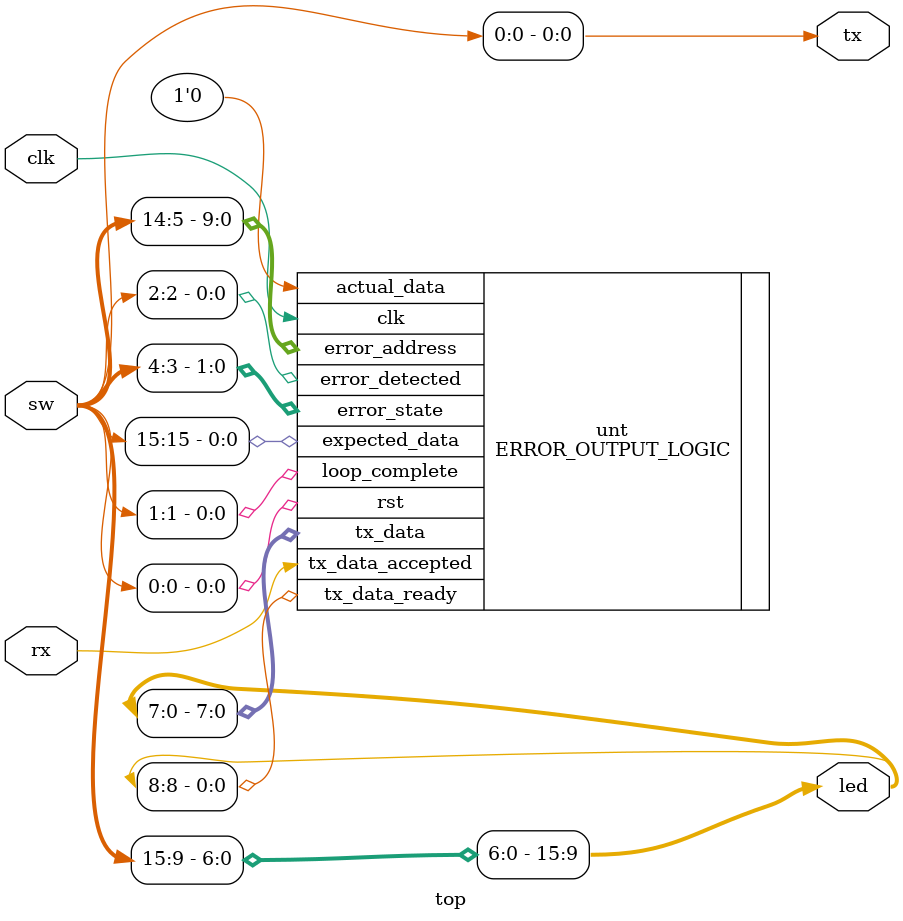
<source format=v>
module top (
    input clk,
    input rx,
    output tx,
    input [15:0] sw,
    output [15:0] led
);

ERROR_OUTPUT_LOGIC #(
    .ADDR_WIDTH(10),
    .DATA_WIDTH(1)
) unt (
    .rst(sw[0]),
    .clk(clk),
    .loop_complete(sw[1]),
    .error_detected(sw[2]),
    .error_state(sw[4:3]),
    .error_address(sw[14:5]),
    .expected_data(sw[15]),
    .actual_data({1'b0}),
    .tx_data_accepted(rx),
    .tx_data_ready(led[8]),
    .tx_data(led[7:0])
);

assign led[15:9] = sw[15:9];
assign tx = sw[0];

endmodule

</source>
